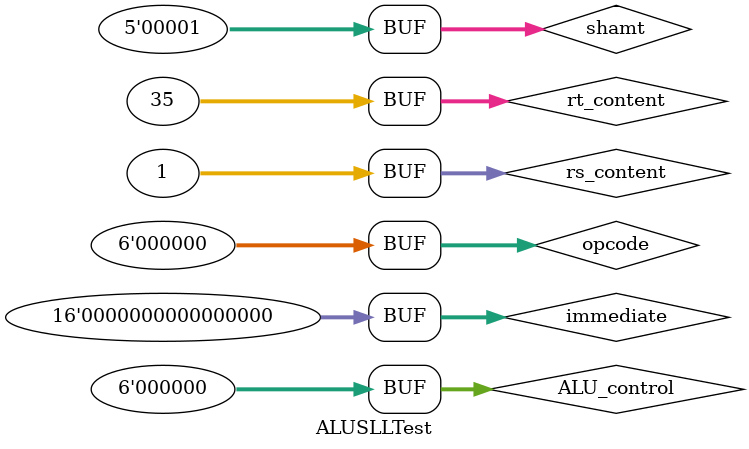
<source format=v>
`timescale 1ns / 1ps


module ALUSLLTest;

	// Inputs
	reg [5:0] opcode;
	reg [31:0] rs_content;
	reg [31:0] rt_content;
	reg [4:0] shamt;
	reg [5:0] ALU_control;
	reg [15:0] immediate;

	// Outputs
	wire [31:0] ALU_result;
	wire sig_branch;

	// Instantiate the Unit Under Test (UUT)
	ALU uut (
		.ALU_result(ALU_result), 
		.sig_branch(sig_branch), 
		.opcode(opcode), 
		.rs_content(rs_content), 
		.rt_content(rt_content), 
		.shamt(shamt), 
		.ALU_control(ALU_control), 
		.immediate(immediate)
	);

	initial begin
		// Initialize Inputs
		opcode = 0;
		rs_content = 0;
		rt_content = 0;
		shamt = 0;
		ALU_control = 0;
		immediate = 0;

		// Wait 100 ns for global reset to finish
		#100;
        
		opcode = 6'b000000;
        rs_content = 15;
        rt_content = 12;
        shamt = 1;
        ALU_control = 6'b000000;
        immediate = 0;
        #100;

        opcode = 6'b000000;
        rs_content = 23;
        rt_content = 22;
        shamt = 1;
        ALU_control = 6'b000000;
        immediate = 0;
        #100;

        opcode = 6'b000000;
        rs_content = 1;
        rt_content = 35;
        shamt = 1;
        ALU_control = 6'b000000;
        immediate = 0;
        #100;
	end
      
endmodule


</source>
